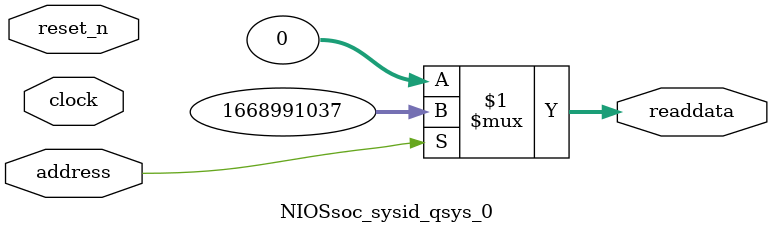
<source format=v>



// synthesis translate_off
`timescale 1ns / 1ps
// synthesis translate_on

// turn off superfluous verilog processor warnings 
// altera message_level Level1 
// altera message_off 10034 10035 10036 10037 10230 10240 10030 

module NIOSsoc_sysid_qsys_0 (
               // inputs:
                address,
                clock,
                reset_n,

               // outputs:
                readdata
             )
;

  output  [ 31: 0] readdata;
  input            address;
  input            clock;
  input            reset_n;

  wire    [ 31: 0] readdata;
  //control_slave, which is an e_avalon_slave
  assign readdata = address ? 1668991037 : 0;

endmodule



</source>
